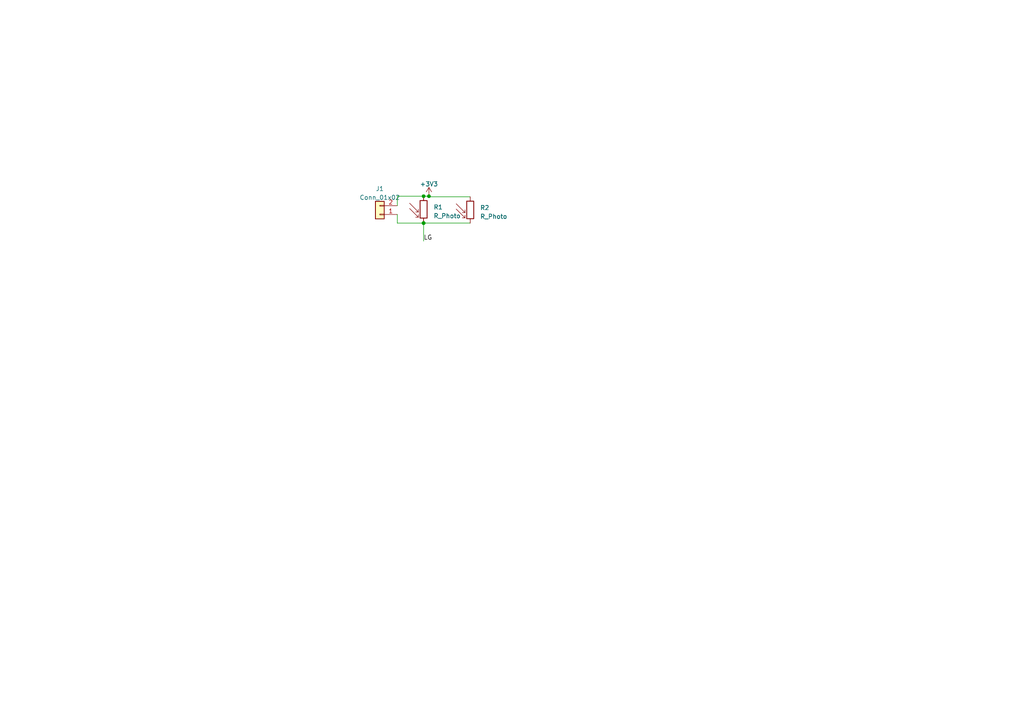
<source format=kicad_sch>
(kicad_sch (version 20230121) (generator eeschema)
  (paper "A4")
  (lib_symbols
    (symbol "Connector_Generic:Conn_01x02" (pin_names (offset 1.016) hide)
      (property "Reference" "J" (at 0 2.54 0))
      (property "Value" "Conn_01x02" (at 0 -5.08 0))
      (symbol "Conn_01x02_1_1"
        (rectangle (start -1.27 -2.413) (end 0 -2.667) (stroke (width 0.1524)))
        (rectangle (start -1.27 0.127) (end 0 -0.127) (stroke (width 0.1524)))
        (rectangle (start -1.27 1.27) (end 1.27 -3.81) (stroke (width 0.254)) (fill (type background)))
        (pin passive line (at -5.08 0 0) (length 3.81) (name "Pin_1") (number "1"))
        (pin passive line (at -5.08 -2.54 0) (length 3.81) (name "Pin_2") (number "2"))
      )
    )
    (symbol "Device:R_Photo" (pin_numbers hide) (pin_names (offset 0))
      (property "Reference" "R" (at 1.27 1.27 0))
      (property "Value" "R_Photo" (at 1.27 0 0))
      (symbol "R_Photo_0_1"
        (rectangle (start -1.016 2.54) (end 1.016 -2.54) (stroke (width 0.254)))
        (polyline (pts (xy -1.524 -2.286) (xy -4.064 0.254)))
        (polyline (pts (xy -1.524 -2.286) (xy -2.286 -2.286)))
        (polyline (pts (xy -1.524 -2.286) (xy -1.524 -1.524)))
        (polyline (pts (xy -1.524 -0.762) (xy -4.064 1.778)))
        (polyline (pts (xy -1.524 -0.762) (xy -2.286 -0.762)))
        (polyline (pts (xy -1.524 -0.762) (xy -1.524 0)))
      )
      (symbol "R_Photo_1_1"
        (pin passive line (at 0 3.81 270) (length 1.27) (name "~") (number "1"))
        (pin passive line (at 0 -3.81 90) (length 1.27) (name "~") (number "2"))
      )
    )
    (symbol "power:+3V3" (power) (pin_names (offset 0))
      (property "Value" "+3V3" (at 0 3.556 0))
      (symbol "+3V3_0_1"
        (polyline (pts (xy -0.762 1.27) (xy 0 2.54)))
        (polyline (pts (xy 0 0) (xy 0 2.54)))
        (polyline (pts (xy 0 2.54) (xy 0.762 1.27)))
      )
      (symbol "+3V3_1_1"
        (pin power_in line (at 0 0 90) (length 0) hide (name "+3V3") (number "1"))
      )
    )
  )
  (junction (at 122.8633 64.7007))
  (junction (at 122.8633 64.712))
  (junction (at 124.4067 56.9099))
  (junction (at 122.8633 56.9099))
  (wire (pts (xy 122.8633 64.712) (xy 122.8633 69.9308)))
  (wire (pts (xy 122.8633 56.9099) (xy 124.4067 56.9099)))
  (wire (pts (xy 122.8633 64.712) (xy 115.2378 64.712)))
  (wire (pts (xy 136.3851 64.7007) (xy 122.8633 64.7007)))
  (wire (pts (xy 115.2378 64.712) (xy 115.2378 62.2091)))
  (wire (pts (xy 122.8633 64.5299) (xy 122.8633 64.7007)))
  (wire (pts (xy 122.8633 64.7007) (xy 122.8633 64.712)))
  (wire (pts (xy 115.2378 56.9099) (xy 115.2378 59.6691)))
  (wire (pts (xy 124.4067 57.0807) (xy 124.4067 56.9099)))
  (wire (pts (xy 122.8633 56.9099) (xy 115.2378 56.9099)))
  (wire (pts (xy 124.4067 57.0807) (xy 136.3851 57.0807)))
  (label "LG" (at 122.8633 69.9308 0))
  (symbol (lib_id "power:+3V3") (at 124.4067 56.9099 0) (unit 1)
    (property "Reference" "#PWR01" (effects hide))
    (property "Value" "+3V3" (at 124.4067 53.3779 0))
  )
  (symbol (lib_id "Connector_Generic:Conn_01x02") (at 110.1578 62.2091 180) (unit 1)
    (property "Reference" "J1" (at 110.1578 54.7458 0))
    (property "Value" "Conn_01x02" (at 110.1578 57.2858 0))
    (property "Footprint" "Connector_PinHeader_2.54mm:PinHeader_1x02_P2.54mm_Horizontal" (effects hide))
  )
  (symbol (lib_id "Device:R_Photo") (at 136.3851 60.8907 0) (unit 1)
    (property "Reference" "R2" (at 139.2518 60.2557 0) (effects (justify left)))
    (property "Value" "R_Photo" (at 139.2518 62.7957 0) (effects (justify left)))
    (property "Footprint" "2024l1:Through Hole LDR" (effects hide))
  )
  (symbol (lib_id "Device:R_Photo") (at 122.8633 60.7199 0) (unit 1)
    (property "Reference" "R1" (at 125.73 60.0849 0) (effects (justify left)))
    (property "Value" "R_Photo" (at 125.73 62.6249 0) (effects (justify left)))
    (property "Footprint" "2024l1:ALS-PT19" (effects hide))
  )
)
</source>
